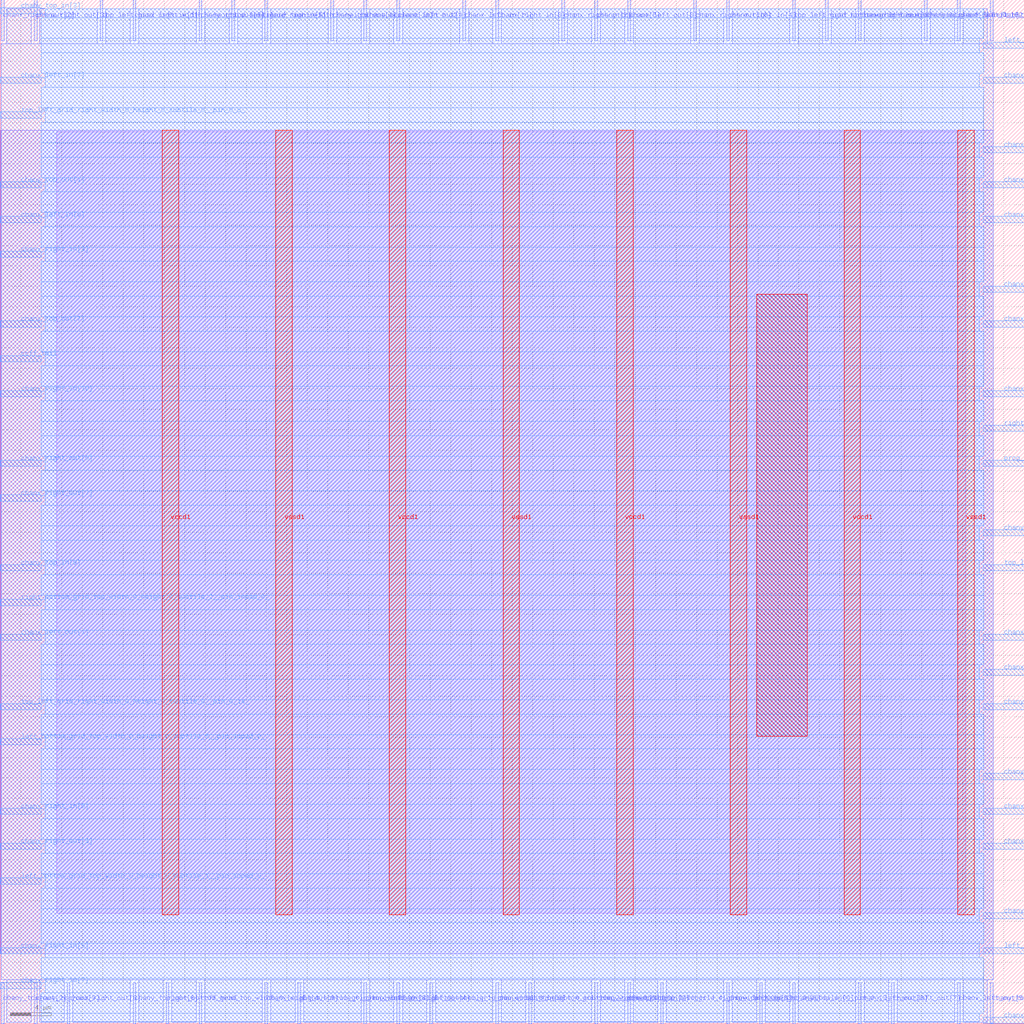
<source format=lef>
VERSION 5.7 ;
  NOWIREEXTENSIONATPIN ON ;
  DIVIDERCHAR "/" ;
  BUSBITCHARS "[]" ;
MACRO sb_1__0_
  CLASS BLOCK ;
  FOREIGN sb_1__0_ ;
  ORIGIN 0.000 0.000 ;
  SIZE 100.000 BY 100.000 ;
  PIN ccff_head
    PORT
      LAYER met2 ;
        RECT 19.410 0.000 19.690 4.000 ;
    END
  END ccff_head
  PIN ccff_tail
    PORT
      LAYER met3 ;
        RECT 0.000 64.640 4.000 65.240 ;
    END
  END ccff_tail
  PIN chanx_left_in[0]
    PORT
      LAYER met3 ;
        RECT 0.000 78.240 4.000 78.840 ;
    END
  END chanx_left_in[0]
  PIN chanx_left_in[10]
    PORT
      LAYER met2 ;
        RECT 45.170 96.000 45.450 100.000 ;
    END
  END chanx_left_in[10]
  PIN chanx_left_in[1]
    PORT
      LAYER met2 ;
        RECT 12.970 96.000 13.250 100.000 ;
    END
  END chanx_left_in[1]
  PIN chanx_left_in[2]
    PORT
      LAYER met3 ;
        RECT 96.000 17.040 100.000 17.640 ;
    END
  END chanx_left_in[2]
  PIN chanx_left_in[3]
    PORT
      LAYER met3 ;
        RECT 96.000 81.640 100.000 82.240 ;
    END
  END chanx_left_in[3]
  PIN chanx_left_in[4]
    PORT
      LAYER met3 ;
        RECT 96.000 20.440 100.000 21.040 ;
    END
  END chanx_left_in[4]
  PIN chanx_left_in[5]
    PORT
      LAYER met2 ;
        RECT 70.930 0.000 71.210 4.000 ;
    END
  END chanx_left_in[5]
  PIN chanx_left_in[6]
    PORT
      LAYER met3 ;
        RECT 96.000 91.840 100.000 92.440 ;
    END
  END chanx_left_in[6]
  PIN chanx_left_in[7]
    PORT
      LAYER met3 ;
        RECT 0.000 91.840 4.000 92.440 ;
    END
  END chanx_left_in[7]
  PIN chanx_left_in[8]
    PORT
      LAYER met2 ;
        RECT 35.510 0.000 35.790 4.000 ;
    END
  END chanx_left_in[8]
  PIN chanx_left_in[9]
    PORT
      LAYER met3 ;
        RECT 96.000 71.440 100.000 72.040 ;
    END
  END chanx_left_in[9]
  PIN chanx_left_out[0]
    PORT
      LAYER met3 ;
        RECT 96.000 0.040 100.000 0.640 ;
    END
  END chanx_left_out[0]
  PIN chanx_left_out[10]
    PORT
      LAYER met3 ;
        RECT 96.000 61.240 100.000 61.840 ;
    END
  END chanx_left_out[10]
  PIN chanx_left_out[1]
    PORT
      LAYER met3 ;
        RECT 0.000 37.440 4.000 38.040 ;
    END
  END chanx_left_out[1]
  PIN chanx_left_out[2]
    PORT
      LAYER met2 ;
        RECT 93.470 96.000 93.750 100.000 ;
    END
  END chanx_left_out[2]
  PIN chanx_left_out[3]
    PORT
      LAYER met3 ;
        RECT 96.000 34.040 100.000 34.640 ;
    END
  END chanx_left_out[3]
  PIN chanx_left_out[4]
    PORT
      LAYER met2 ;
        RECT 38.730 96.000 39.010 100.000 ;
    END
  END chanx_left_out[4]
  PIN chanx_left_out[5]
    PORT
      LAYER met2 ;
        RECT 93.470 0.000 93.750 4.000 ;
    END
  END chanx_left_out[5]
  PIN chanx_left_out[6]
    PORT
      LAYER met2 ;
        RECT 83.810 0.000 84.090 4.000 ;
    END
  END chanx_left_out[6]
  PIN chanx_left_out[7]
    PORT
      LAYER met2 ;
        RECT 87.030 0.000 87.310 4.000 ;
    END
  END chanx_left_out[7]
  PIN chanx_left_out[8]
    PORT
      LAYER met2 ;
        RECT 61.270 96.000 61.550 100.000 ;
    END
  END chanx_left_out[8]
  PIN chanx_left_out[9]
    PORT
      LAYER met3 ;
        RECT 96.000 68.040 100.000 68.640 ;
    END
  END chanx_left_out[9]
  PIN chanx_right_in[0]
    PORT
      LAYER met2 ;
        RECT 48.390 0.000 48.670 4.000 ;
    END
  END chanx_right_in[0]
  PIN chanx_right_in[10]
    PORT
      LAYER met3 ;
        RECT 0.000 61.240 4.000 61.840 ;
    END
  END chanx_right_in[10]
  PIN chanx_right_in[1]
    PORT
      LAYER met3 ;
        RECT 96.000 37.440 100.000 38.040 ;
    END
  END chanx_right_in[1]
  PIN chanx_right_in[2]
    PORT
      LAYER met2 ;
        RECT 54.830 96.000 55.110 100.000 ;
    END
  END chanx_right_in[2]
  PIN chanx_right_in[3]
    PORT
      LAYER met3 ;
        RECT 0.000 74.840 4.000 75.440 ;
    END
  END chanx_right_in[3]
  PIN chanx_right_in[4]
    PORT
      LAYER met2 ;
        RECT 70.930 96.000 71.210 100.000 ;
    END
  END chanx_right_in[4]
  PIN chanx_right_in[5]
    PORT
      LAYER met3 ;
        RECT 0.000 6.840 4.000 7.440 ;
    END
  END chanx_right_in[5]
  PIN chanx_right_in[6]
    PORT
      LAYER met3 ;
        RECT 96.000 78.240 100.000 78.840 ;
    END
  END chanx_right_in[6]
  PIN chanx_right_in[7]
    PORT
      LAYER met3 ;
        RECT 0.000 3.440 4.000 4.040 ;
    END
  END chanx_right_in[7]
  PIN chanx_right_in[8]
    PORT
      LAYER met2 ;
        RECT 48.390 96.000 48.670 100.000 ;
    END
  END chanx_right_in[8]
  PIN chanx_right_in[9]
    PORT
      LAYER met3 ;
        RECT 0.000 20.440 4.000 21.040 ;
    END
  END chanx_right_in[9]
  PIN chanx_right_out[0]
    PORT
      LAYER met3 ;
        RECT 0.000 54.440 4.000 55.040 ;
    END
  END chanx_right_out[0]
  PIN chanx_right_out[10]
    PORT
      LAYER met2 ;
        RECT 67.710 96.000 67.990 100.000 ;
    END
  END chanx_right_out[10]
  PIN chanx_right_out[1]
    PORT
      LAYER met2 ;
        RECT 83.810 96.000 84.090 100.000 ;
    END
  END chanx_right_out[1]
  PIN chanx_right_out[2]
    PORT
      LAYER met2 ;
        RECT 0.090 96.000 0.370 100.000 ;
    END
  END chanx_right_out[2]
  PIN chanx_right_out[3]
    PORT
      LAYER met2 ;
        RECT 3.310 96.000 3.590 100.000 ;
    END
  END chanx_right_out[3]
  PIN chanx_right_out[4]
    PORT
      LAYER met2 ;
        RECT 38.730 0.000 39.010 4.000 ;
    END
  END chanx_right_out[4]
  PIN chanx_right_out[5]
    PORT
      LAYER met3 ;
        RECT 0.000 17.040 4.000 17.640 ;
    END
  END chanx_right_out[5]
  PIN chanx_right_out[6]
    PORT
      LAYER met3 ;
        RECT 96.000 85.040 100.000 85.640 ;
    END
  END chanx_right_out[6]
  PIN chanx_right_out[7]
    PORT
      LAYER met3 ;
        RECT 0.000 51.040 4.000 51.640 ;
    END
  END chanx_right_out[7]
  PIN chanx_right_out[8]
    PORT
      LAYER met2 ;
        RECT 6.530 0.000 6.810 4.000 ;
    END
  END chanx_right_out[8]
  PIN chanx_right_out[9]
    PORT
      LAYER met2 ;
        RECT 25.850 0.000 26.130 4.000 ;
    END
  END chanx_right_out[9]
  PIN chany_top_in[0]
    PORT
      LAYER met2 ;
        RECT 77.370 0.000 77.650 4.000 ;
    END
  END chany_top_in[0]
  PIN chany_top_in[10]
    PORT
      LAYER met3 ;
        RECT 96.000 30.640 100.000 31.240 ;
    END
  END chany_top_in[10]
  PIN chany_top_in[1]
    PORT
      LAYER met3 ;
        RECT 96.000 10.240 100.000 10.840 ;
    END
  END chany_top_in[1]
  PIN chany_top_in[2]
    PORT
      LAYER met2 ;
        RECT 61.270 0.000 61.550 4.000 ;
    END
  END chany_top_in[2]
  PIN chany_top_in[3]
    PORT
      LAYER met3 ;
        RECT 0.000 98.640 4.000 99.240 ;
    END
  END chany_top_in[3]
  PIN chany_top_in[4]
    PORT
      LAYER met2 ;
        RECT 96.690 0.000 96.970 4.000 ;
    END
  END chany_top_in[4]
  PIN chany_top_in[5]
    PORT
      LAYER met2 ;
        RECT 25.850 96.000 26.130 100.000 ;
    END
  END chany_top_in[5]
  PIN chany_top_in[6]
    PORT
      LAYER met3 ;
        RECT 96.000 23.840 100.000 24.440 ;
    END
  END chany_top_in[6]
  PIN chany_top_in[7]
    PORT
      LAYER met3 ;
        RECT 96.000 47.640 100.000 48.240 ;
    END
  END chany_top_in[7]
  PIN chany_top_in[8]
    PORT
      LAYER met2 ;
        RECT 74.150 0.000 74.430 4.000 ;
    END
  END chany_top_in[8]
  PIN chany_top_in[9]
    PORT
      LAYER met3 ;
        RECT 0.000 44.240 4.000 44.840 ;
    END
  END chany_top_in[9]
  PIN chany_top_out[0]
    PORT
      LAYER met2 ;
        RECT 19.410 96.000 19.690 100.000 ;
    END
  END chany_top_out[0]
  PIN chany_top_out[10]
    PORT
      LAYER met2 ;
        RECT 35.510 96.000 35.790 100.000 ;
    END
  END chany_top_out[10]
  PIN chany_top_out[1]
    PORT
      LAYER met3 ;
        RECT 0.000 81.640 4.000 82.240 ;
    END
  END chany_top_out[1]
  PIN chany_top_out[2]
    PORT
      LAYER met2 ;
        RECT 0.090 0.000 0.370 4.000 ;
    END
  END chany_top_out[2]
  PIN chany_top_out[3]
    PORT
      LAYER met2 ;
        RECT 58.050 0.000 58.330 4.000 ;
    END
  END chany_top_out[3]
  PIN chany_top_out[4]
    PORT
      LAYER met2 ;
        RECT 32.290 96.000 32.570 100.000 ;
    END
  END chany_top_out[4]
  PIN chany_top_out[5]
    PORT
      LAYER met2 ;
        RECT 58.050 96.000 58.330 100.000 ;
    END
  END chany_top_out[5]
  PIN chany_top_out[6]
    PORT
      LAYER met2 ;
        RECT 90.250 96.000 90.530 100.000 ;
    END
  END chany_top_out[6]
  PIN chany_top_out[7]
    PORT
      LAYER met3 ;
        RECT 0.000 68.040 4.000 68.640 ;
    END
  END chany_top_out[7]
  PIN chany_top_out[8]
    PORT
      LAYER met2 ;
        RECT 12.970 0.000 13.250 4.000 ;
    END
  END chany_top_out[8]
  PIN chany_top_out[9]
    PORT
      LAYER met2 ;
        RECT 3.310 0.000 3.590 4.000 ;
    END
  END chany_top_out[9]
  PIN left_bottom_grid_top_width_0_height_0_subtile_0__pin_inpad_0_
    PORT
      LAYER met2 ;
        RECT 96.690 96.000 96.970 100.000 ;
    END
  END left_bottom_grid_top_width_0_height_0_subtile_0__pin_inpad_0_
  PIN left_bottom_grid_top_width_0_height_0_subtile_1__pin_inpad_0_
    PORT
      LAYER met3 ;
        RECT 0.000 13.640 4.000 14.240 ;
    END
  END left_bottom_grid_top_width_0_height_0_subtile_1__pin_inpad_0_
  PIN left_bottom_grid_top_width_0_height_0_subtile_2__pin_inpad_0_
    PORT
      LAYER met2 ;
        RECT 41.950 0.000 42.230 4.000 ;
    END
  END left_bottom_grid_top_width_0_height_0_subtile_2__pin_inpad_0_
  PIN left_bottom_grid_top_width_0_height_0_subtile_3__pin_inpad_0_
    PORT
      LAYER met3 ;
        RECT 96.000 95.240 100.000 95.840 ;
    END
  END left_bottom_grid_top_width_0_height_0_subtile_3__pin_inpad_0_
  PIN left_bottom_grid_top_width_0_height_0_subtile_4__pin_inpad_0_
    PORT
      LAYER met3 ;
        RECT 96.000 6.840 100.000 7.440 ;
    END
  END left_bottom_grid_top_width_0_height_0_subtile_4__pin_inpad_0_
  PIN left_bottom_grid_top_width_0_height_0_subtile_5__pin_inpad_0_
    PORT
      LAYER met3 ;
        RECT 0.000 27.240 4.000 27.840 ;
    END
  END left_bottom_grid_top_width_0_height_0_subtile_5__pin_inpad_0_
  PIN prog_clk
    PORT
      LAYER met3 ;
        RECT 96.000 54.440 100.000 55.040 ;
    END
  END prog_clk
  PIN right_bottom_grid_top_width_0_height_0_subtile_0__pin_inpad_0_
    PORT
      LAYER met2 ;
        RECT 16.190 0.000 16.470 4.000 ;
    END
  END right_bottom_grid_top_width_0_height_0_subtile_0__pin_inpad_0_
  PIN right_bottom_grid_top_width_0_height_0_subtile_1__pin_inpad_0_
    PORT
      LAYER met2 ;
        RECT 29.070 0.000 29.350 4.000 ;
    END
  END right_bottom_grid_top_width_0_height_0_subtile_1__pin_inpad_0_
  PIN right_bottom_grid_top_width_0_height_0_subtile_2__pin_inpad_0_
    PORT
      LAYER met3 ;
        RECT 0.000 40.840 4.000 41.440 ;
    END
  END right_bottom_grid_top_width_0_height_0_subtile_2__pin_inpad_0_
  PIN right_bottom_grid_top_width_0_height_0_subtile_3__pin_inpad_0_
    PORT
      LAYER met3 ;
        RECT 96.000 57.840 100.000 58.440 ;
    END
  END right_bottom_grid_top_width_0_height_0_subtile_3__pin_inpad_0_
  PIN right_bottom_grid_top_width_0_height_0_subtile_4__pin_inpad_0_
    PORT
      LAYER met2 ;
        RECT 51.610 0.000 51.890 4.000 ;
    END
  END right_bottom_grid_top_width_0_height_0_subtile_4__pin_inpad_0_
  PIN right_bottom_grid_top_width_0_height_0_subtile_5__pin_inpad_0_
    PORT
      LAYER met2 ;
        RECT 80.590 96.000 80.870 100.000 ;
    END
  END right_bottom_grid_top_width_0_height_0_subtile_5__pin_inpad_0_
  PIN top_left_grid_right_width_0_height_0_subtile_0__pin_O_10_
    PORT
      LAYER met2 ;
        RECT 77.370 96.000 77.650 100.000 ;
    END
  END top_left_grid_right_width_0_height_0_subtile_0__pin_O_10_
  PIN top_left_grid_right_width_0_height_0_subtile_0__pin_O_11_
    PORT
      LAYER met2 ;
        RECT 9.750 96.000 10.030 100.000 ;
    END
  END top_left_grid_right_width_0_height_0_subtile_0__pin_O_11_
  PIN top_left_grid_right_width_0_height_0_subtile_0__pin_O_12_
    PORT
      LAYER met2 ;
        RECT 22.630 96.000 22.910 100.000 ;
    END
  END top_left_grid_right_width_0_height_0_subtile_0__pin_O_12_
  PIN top_left_grid_right_width_0_height_0_subtile_0__pin_O_13_
    PORT
      LAYER met2 ;
        RECT 64.490 0.000 64.770 4.000 ;
    END
  END top_left_grid_right_width_0_height_0_subtile_0__pin_O_13_
  PIN top_left_grid_right_width_0_height_0_subtile_0__pin_O_14_
    PORT
      LAYER met3 ;
        RECT 0.000 30.640 4.000 31.240 ;
    END
  END top_left_grid_right_width_0_height_0_subtile_0__pin_O_14_
  PIN top_left_grid_right_width_0_height_0_subtile_0__pin_O_8_
    PORT
      LAYER met3 ;
        RECT 0.000 88.440 4.000 89.040 ;
    END
  END top_left_grid_right_width_0_height_0_subtile_0__pin_O_8_
  PIN top_left_grid_right_width_0_height_0_subtile_0__pin_O_9_
    PORT
      LAYER met3 ;
        RECT 96.000 44.240 100.000 44.840 ;
    END
  END top_left_grid_right_width_0_height_0_subtile_0__pin_O_9_
  PIN vccd1
    PORT
      LAYER met4 ;
        RECT 82.400 10.640 84.000 87.280 ;
    END
    PORT
      LAYER met4 ;
        RECT 60.205 10.640 61.805 87.280 ;
    END
    PORT
      LAYER met4 ;
        RECT 38.010 10.640 39.610 87.280 ;
    END
    PORT
      LAYER met4 ;
        RECT 15.815 10.640 17.415 87.280 ;
    END
  END vccd1
  PIN vssd1
    PORT
      LAYER met4 ;
        RECT 93.495 10.640 95.095 87.280 ;
    END
    PORT
      LAYER met4 ;
        RECT 71.300 10.640 72.900 87.280 ;
    END
    PORT
      LAYER met4 ;
        RECT 49.105 10.640 50.705 87.280 ;
    END
    PORT
      LAYER met4 ;
        RECT 26.910 10.640 28.510 87.280 ;
    END
  END vssd1
  OBS
      LAYER li1 ;
        RECT 5.520 10.795 94.300 87.125 ;
      LAYER met1 ;
        RECT 0.070 6.840 96.990 87.280 ;
      LAYER met2 ;
        RECT 0.650 95.720 3.030 99.125 ;
        RECT 3.870 95.720 9.470 99.125 ;
        RECT 10.310 95.720 12.690 99.125 ;
        RECT 13.530 95.720 19.130 99.125 ;
        RECT 19.970 95.720 22.350 99.125 ;
        RECT 23.190 95.720 25.570 99.125 ;
        RECT 26.410 95.720 32.010 99.125 ;
        RECT 32.850 95.720 35.230 99.125 ;
        RECT 36.070 95.720 38.450 99.125 ;
        RECT 39.290 95.720 44.890 99.125 ;
        RECT 45.730 95.720 48.110 99.125 ;
        RECT 48.950 95.720 54.550 99.125 ;
        RECT 55.390 95.720 57.770 99.125 ;
        RECT 58.610 95.720 60.990 99.125 ;
        RECT 61.830 95.720 67.430 99.125 ;
        RECT 68.270 95.720 70.650 99.125 ;
        RECT 71.490 95.720 77.090 99.125 ;
        RECT 77.930 95.720 80.310 99.125 ;
        RECT 81.150 95.720 83.530 99.125 ;
        RECT 84.370 95.720 89.970 99.125 ;
        RECT 90.810 95.720 93.190 99.125 ;
        RECT 94.030 95.720 96.410 99.125 ;
        RECT 0.100 4.280 96.960 95.720 ;
        RECT 0.650 0.155 3.030 4.280 ;
        RECT 3.870 0.155 6.250 4.280 ;
        RECT 7.090 0.155 12.690 4.280 ;
        RECT 13.530 0.155 15.910 4.280 ;
        RECT 16.750 0.155 19.130 4.280 ;
        RECT 19.970 0.155 25.570 4.280 ;
        RECT 26.410 0.155 28.790 4.280 ;
        RECT 29.630 0.155 35.230 4.280 ;
        RECT 36.070 0.155 38.450 4.280 ;
        RECT 39.290 0.155 41.670 4.280 ;
        RECT 42.510 0.155 48.110 4.280 ;
        RECT 48.950 0.155 51.330 4.280 ;
        RECT 52.170 0.155 57.770 4.280 ;
        RECT 58.610 0.155 60.990 4.280 ;
        RECT 61.830 0.155 64.210 4.280 ;
        RECT 65.050 0.155 70.650 4.280 ;
        RECT 71.490 0.155 73.870 4.280 ;
        RECT 74.710 0.155 77.090 4.280 ;
        RECT 77.930 0.155 83.530 4.280 ;
        RECT 84.370 0.155 86.750 4.280 ;
        RECT 87.590 0.155 93.190 4.280 ;
        RECT 94.030 0.155 96.410 4.280 ;
      LAYER met3 ;
        RECT 4.400 98.240 96.060 99.105 ;
        RECT 3.990 96.240 96.060 98.240 ;
        RECT 3.990 94.840 95.600 96.240 ;
        RECT 3.990 92.840 96.060 94.840 ;
        RECT 4.400 91.440 95.600 92.840 ;
        RECT 3.990 89.440 96.060 91.440 ;
        RECT 4.400 88.040 96.060 89.440 ;
        RECT 3.990 86.040 96.060 88.040 ;
        RECT 3.990 84.640 95.600 86.040 ;
        RECT 3.990 82.640 96.060 84.640 ;
        RECT 4.400 81.240 95.600 82.640 ;
        RECT 3.990 79.240 96.060 81.240 ;
        RECT 4.400 77.840 95.600 79.240 ;
        RECT 3.990 75.840 96.060 77.840 ;
        RECT 4.400 74.440 96.060 75.840 ;
        RECT 3.990 72.440 96.060 74.440 ;
        RECT 3.990 71.040 95.600 72.440 ;
        RECT 3.990 69.040 96.060 71.040 ;
        RECT 4.400 67.640 95.600 69.040 ;
        RECT 3.990 65.640 96.060 67.640 ;
        RECT 4.400 64.240 96.060 65.640 ;
        RECT 3.990 62.240 96.060 64.240 ;
        RECT 4.400 60.840 95.600 62.240 ;
        RECT 3.990 58.840 96.060 60.840 ;
        RECT 3.990 57.440 95.600 58.840 ;
        RECT 3.990 55.440 96.060 57.440 ;
        RECT 4.400 54.040 95.600 55.440 ;
        RECT 3.990 52.040 96.060 54.040 ;
        RECT 4.400 50.640 96.060 52.040 ;
        RECT 3.990 48.640 96.060 50.640 ;
        RECT 3.990 47.240 95.600 48.640 ;
        RECT 3.990 45.240 96.060 47.240 ;
        RECT 4.400 43.840 95.600 45.240 ;
        RECT 3.990 41.840 96.060 43.840 ;
        RECT 4.400 40.440 96.060 41.840 ;
        RECT 3.990 38.440 96.060 40.440 ;
        RECT 4.400 37.040 95.600 38.440 ;
        RECT 3.990 35.040 96.060 37.040 ;
        RECT 3.990 33.640 95.600 35.040 ;
        RECT 3.990 31.640 96.060 33.640 ;
        RECT 4.400 30.240 95.600 31.640 ;
        RECT 3.990 28.240 96.060 30.240 ;
        RECT 4.400 26.840 96.060 28.240 ;
        RECT 3.990 24.840 96.060 26.840 ;
        RECT 3.990 23.440 95.600 24.840 ;
        RECT 3.990 21.440 96.060 23.440 ;
        RECT 4.400 20.040 95.600 21.440 ;
        RECT 3.990 18.040 96.060 20.040 ;
        RECT 4.400 16.640 95.600 18.040 ;
        RECT 3.990 14.640 96.060 16.640 ;
        RECT 4.400 13.240 96.060 14.640 ;
        RECT 3.990 11.240 96.060 13.240 ;
        RECT 3.990 9.840 95.600 11.240 ;
        RECT 3.990 7.840 96.060 9.840 ;
        RECT 4.400 6.440 95.600 7.840 ;
        RECT 3.990 4.440 96.060 6.440 ;
        RECT 4.400 3.040 96.060 4.440 ;
        RECT 3.990 1.040 96.060 3.040 ;
        RECT 3.990 0.175 95.600 1.040 ;
      LAYER met4 ;
        RECT 73.895 28.055 78.825 71.225 ;
  END
END sb_1__0_
END LIBRARY


</source>
